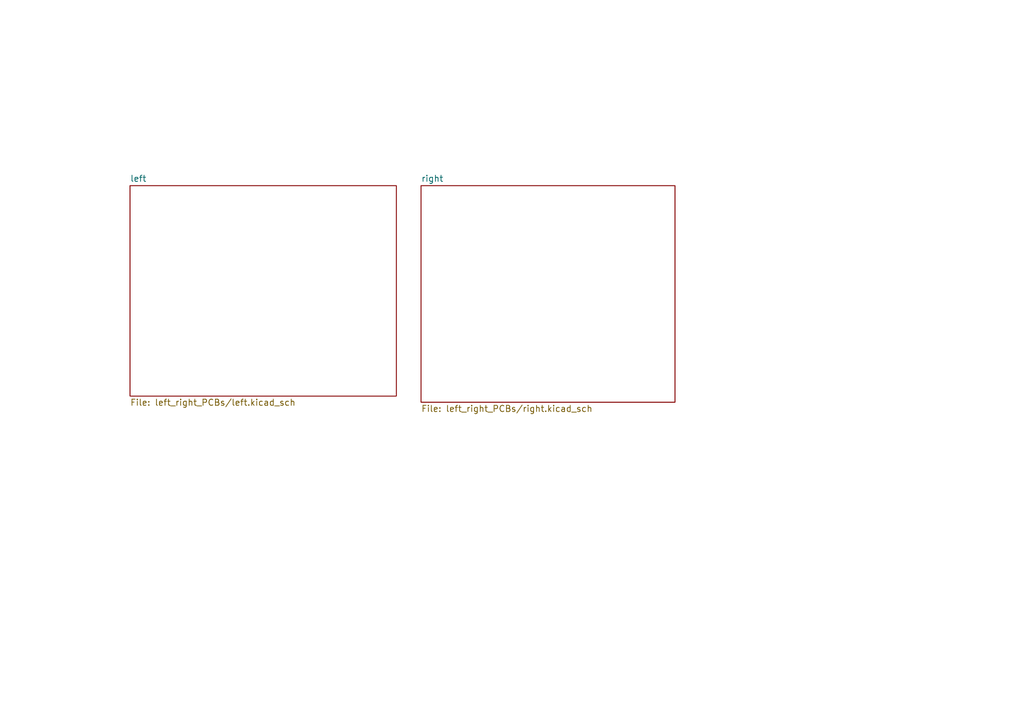
<source format=kicad_sch>
(kicad_sch
	(version 20231120)
	(generator "eeschema")
	(generator_version "8.0")
	(uuid "4cc5d416-57f5-4147-8183-e03ae6b1198a")
	(paper "A5")
	(title_block
		(title "Corne")
		(date "2024-05-07")
		(rev "4.1.0")
		(company "foostan")
	)
	(lib_symbols)
	(sheet
		(at 26.67 38.1)
		(size 54.61 43.18)
		(fields_autoplaced yes)
		(stroke
			(width 0.1524)
			(type solid)
		)
		(fill
			(color 0 0 0 0.0000)
		)
		(uuid "089db7cd-2934-428b-a62a-55e0735649ba")
		(property "Sheetname" "left"
			(at 26.67 37.3884 0)
			(effects
				(font
					(size 1.27 1.27)
				)
				(justify left bottom)
			)
		)
		(property "Sheetfile" "left_right_PCBs/left.kicad_sch"
			(at 26.67 81.8646 0)
			(effects
				(font
					(size 1.27 1.27)
				)
				(justify left top)
			)
		)
		(instances
			(project "corne-chocolate"
				(path "/4cc5d416-57f5-4147-8183-e03ae6b1198a"
					(page "2")
				)
			)
		)
	)
	(sheet
		(at 86.36 38.1)
		(size 52.07 44.45)
		(fields_autoplaced yes)
		(stroke
			(width 0.1524)
			(type solid)
		)
		(fill
			(color 0 0 0 0.0000)
		)
		(uuid "50d96a5e-3d25-4129-9495-15388c76587f")
		(property "Sheetname" "right"
			(at 86.36 37.3884 0)
			(effects
				(font
					(size 1.27 1.27)
				)
				(justify left bottom)
			)
		)
		(property "Sheetfile" "left_right_PCBs/right.kicad_sch"
			(at 86.36 83.1346 0)
			(effects
				(font
					(size 1.27 1.27)
				)
				(justify left top)
			)
		)
		(instances
			(project "corne-chocolate"
				(path "/4cc5d416-57f5-4147-8183-e03ae6b1198a"
					(page "3")
				)
			)
		)
	)
	(sheet_instances
		(path "/"
			(page "1")
		)
	)
)

</source>
